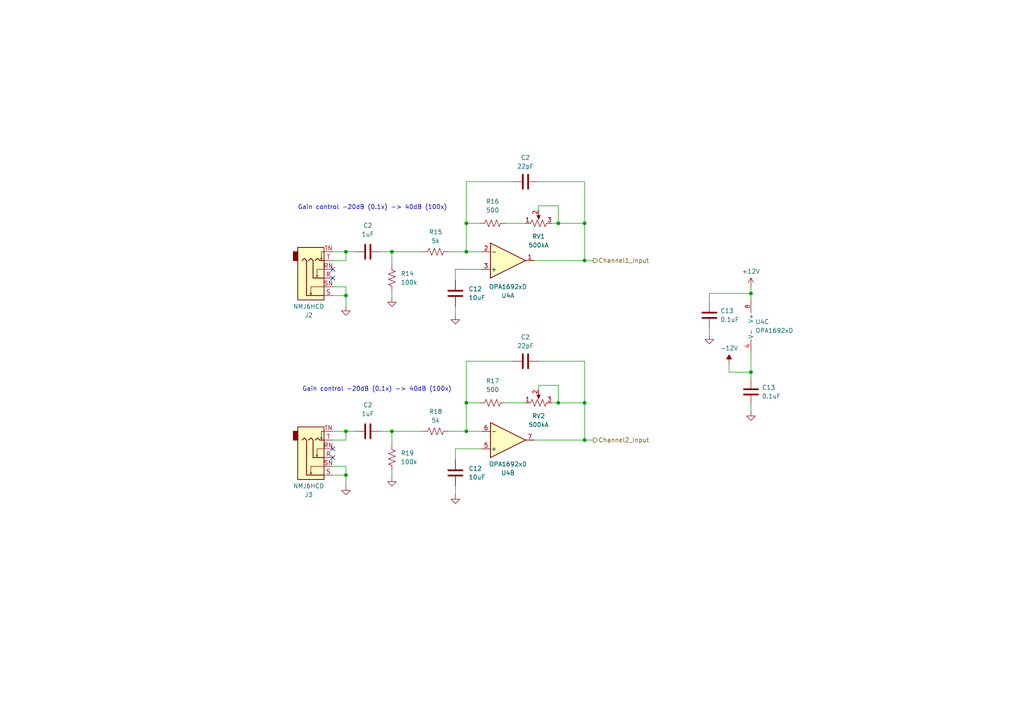
<source format=kicad_sch>
(kicad_sch (version 20230121) (generator eeschema)
  (paper "A4")
  (lib_symbols
    (symbol "Amplifier_Operational:OPA1692xD" (pin_names (offset 0.127))
      (property "Reference" "U" (at 2.54 6.35 0))
      (property "Value" "OPA1692xD" (at 2.54 3.81 0))
      (symbol "OPA1692xD_1_1"
        (polyline (pts (xy 5.08 0) (xy -5.08 5.08) (xy -5.08 -5.08) (xy 5.08 0)) (stroke (width 0.254)) (fill (type background)))
        (pin output line (at 7.62 0 180) (length 2.54) (name "~") (number "1"))
        (pin input line (at -7.62 -2.54 0) (length 2.54) (name "-") (number "2"))
        (pin input line (at -7.62 2.54 0) (length 2.54) (name "+") (number "3"))
      )
      (symbol "OPA1692xD_2_1"
        (polyline (pts (xy 5.08 0) (xy -5.08 5.08) (xy -5.08 -5.08) (xy 5.08 0)) (stroke (width 0.254)) (fill (type background)))
        (pin input line (at -7.62 2.54 0) (length 2.54) (name "+") (number "5"))
        (pin input line (at -7.62 -2.54 0) (length 2.54) (name "-") (number "6"))
        (pin output line (at 7.62 0 180) (length 2.54) (name "~") (number "7"))
      )
      (symbol "OPA1692xD_3_1"
        (pin power_in line (at 0 -7.62 90) (length 3.81) (name "V-") (number "4"))
        (pin power_in line (at 0 7.62 270) (length 3.81) (name "V+") (number "8"))
      )
    )
    (symbol "Connector_Audio:AudioJack3_Switch"
      (property "Reference" "J" (at 0 11.43 0))
      (property "Value" "AudioJack3_Switch" (at 0 8.89 0))
      (symbol "AudioJack3_Switch_0_1"
        (rectangle (start -5.08 -5.08) (end -6.35 -7.62) (stroke (width 0.254)) (fill (type outline)))
        (polyline (pts (xy -1.27 4.826) (xy -1.016 4.318)))
        (polyline (pts (xy 0.508 -0.254) (xy 0.762 -0.762)))
        (polyline (pts (xy 1.778 -5.334) (xy 2.032 -5.842)))
        (polyline (pts (xy 0 -5.08) (xy 0.635 -5.715) (xy 1.27 -5.08) (xy 2.54 -5.08)) (stroke (width 0.254)))
        (polyline (pts (xy 2.54 -7.62) (xy 1.778 -7.62) (xy 1.778 -5.334) (xy 1.524 -5.842)))
        (polyline (pts (xy 2.54 -2.54) (xy 0.508 -2.54) (xy 0.508 -0.254) (xy 0.254 -0.762)))
        (polyline (pts (xy 2.54 2.54) (xy -1.27 2.54) (xy -1.27 4.826) (xy -1.524 4.318)))
        (polyline (pts (xy -1.905 -5.08) (xy -1.27 -5.715) (xy -0.635 -5.08) (xy -0.635 0) (xy 2.54 0)) (stroke (width 0.254)))
        (polyline (pts (xy 2.54 5.08) (xy -2.54 5.08) (xy -2.54 -5.08) (xy -3.175 -5.715) (xy -3.81 -5.08)) (stroke (width 0.254)))
        (rectangle (start 2.54 6.35) (end -5.08 -8.89) (stroke (width 0.254)) (fill (type background)))
      )
      (symbol "AudioJack3_Switch_1_1"
        (pin passive line (at 5.08 0 180) (length 2.54) (name "~") (number "R"))
        (pin passive line (at 5.08 -2.54 180) (length 2.54) (name "~") (number "RN"))
        (pin passive line (at 5.08 5.08 180) (length 2.54) (name "~") (number "S"))
        (pin passive line (at 5.08 2.54 180) (length 2.54) (name "~") (number "SN"))
        (pin passive line (at 5.08 -5.08 180) (length 2.54) (name "~") (number "T"))
        (pin passive line (at 5.08 -7.62 180) (length 2.54) (name "~") (number "TN"))
      )
    )
    (symbol "Device:C" (pin_numbers hide) (pin_names (offset 0.254))
      (property "Reference" "C" (at 0.635 2.54 0))
      (property "Value" "C" (at 0.635 -2.54 0))
      (symbol "C_0_1"
        (polyline (pts (xy -2.032 -0.762) (xy 2.032 -0.762)) (stroke (width 0.508)))
        (polyline (pts (xy -2.032 0.762) (xy 2.032 0.762)) (stroke (width 0.508)))
      )
      (symbol "C_1_1"
        (pin passive line (at 0 3.81 270) (length 2.794) (name "~") (number "1"))
        (pin passive line (at 0 -3.81 90) (length 2.794) (name "~") (number "2"))
      )
    )
    (symbol "Device:R_Potentiometer_US" (pin_names (offset 1.016) hide)
      (property "Reference" "RV" (at -4.445 0 90))
      (property "Value" "R_Potentiometer_US" (at -2.54 0 90))
      (symbol "R_Potentiometer_US_0_1"
        (polyline (pts (xy 0 -2.286) (xy 0 -2.54)))
        (polyline (pts (xy 0 2.54) (xy 0 2.286)))
        (polyline (pts (xy 2.54 0) (xy 1.524 0)))
        (polyline (pts (xy 1.143 0) (xy 2.286 0.508) (xy 2.286 -0.508) (xy 1.143 0)) (fill (type outline)))
        (polyline (pts (xy 0 -0.762) (xy 1.016 -1.143) (xy 0 -1.524) (xy -1.016 -1.905) (xy 0 -2.286)))
        (polyline (pts (xy 0 0.762) (xy 1.016 0.381) (xy 0 0) (xy -1.016 -0.381) (xy 0 -0.762)))
        (polyline (pts (xy 0 2.286) (xy 1.016 1.905) (xy 0 1.524) (xy -1.016 1.143) (xy 0 0.762)))
      )
      (symbol "R_Potentiometer_US_1_1"
        (pin passive line (at 0 3.81 270) (length 1.27) (name "1") (number "1"))
        (pin passive line (at 3.81 0 180) (length 1.27) (name "2") (number "2"))
        (pin passive line (at 0 -3.81 90) (length 1.27) (name "3") (number "3"))
      )
    )
    (symbol "Device:R_US" (pin_numbers hide) (pin_names (offset 0))
      (property "Reference" "R" (at 2.54 0 90))
      (property "Value" "R_US" (at -2.54 0 90))
      (symbol "R_US_0_1"
        (polyline (pts (xy 0 -2.286) (xy 0 -2.54)))
        (polyline (pts (xy 0 2.286) (xy 0 2.54)))
        (polyline (pts (xy 0 -0.762) (xy 1.016 -1.143) (xy 0 -1.524) (xy -1.016 -1.905) (xy 0 -2.286)))
        (polyline (pts (xy 0 0.762) (xy 1.016 0.381) (xy 0 0) (xy -1.016 -0.381) (xy 0 -0.762)))
        (polyline (pts (xy 0 2.286) (xy 1.016 1.905) (xy 0 1.524) (xy -1.016 1.143) (xy 0 0.762)))
      )
      (symbol "R_US_1_1"
        (pin passive line (at 0 3.81 270) (length 1.27) (name "~") (number "1"))
        (pin passive line (at 0 -3.81 90) (length 1.27) (name "~") (number "2"))
      )
    )
    (symbol "power:+12V" (power) (pin_names (offset 0))
      (property "Value" "+12V" (at 0 3.556 0))
      (symbol "+12V_0_1"
        (polyline (pts (xy -0.762 1.27) (xy 0 2.54)))
        (polyline (pts (xy 0 0) (xy 0 2.54)))
        (polyline (pts (xy 0 2.54) (xy 0.762 1.27)))
      )
      (symbol "+12V_1_1"
        (pin power_in line (at 0 0 90) (length 0) hide (name "+12V") (number "1"))
      )
    )
    (symbol "power:-12V" (power) (pin_names (offset 0))
      (property "Value" "-12V" (at 0 3.81 0))
      (symbol "-12V_0_0"
        (pin power_in line (at 0 0 90) (length 0) hide (name "-12V") (number "1"))
      )
      (symbol "-12V_0_1"
        (polyline (pts (xy 0 0) (xy 0 1.27) (xy 0.762 1.27) (xy 0 2.54) (xy -0.762 1.27) (xy 0 1.27)) (fill (type outline)))
      )
    )
    (symbol "power:GND" (power) (pin_names (offset 0))
      (property "Value" "GND" (at 0 -3.81 0))
      (symbol "GND_0_1"
        (polyline (pts (xy 0 0) (xy 0 -1.27) (xy 1.27 -1.27) (xy 0 -2.54) (xy -1.27 -1.27) (xy 0 -1.27)))
      )
      (symbol "GND_1_1"
        (pin power_in line (at 0 0 270) (length 0) hide (name "GND") (number "1"))
      )
    )
  )
  (junction (at 113.665 125.095))
  (junction (at 161.925 116.84))
  (junction (at 169.545 75.565))
  (junction (at 100.33 85.725))
  (junction (at 135.255 125.095))
  (junction (at 217.805 85.09))
  (junction (at 169.545 64.77))
  (junction (at 100.33 125.095))
  (junction (at 169.545 127.635))
  (junction (at 161.925 64.77))
  (junction (at 113.665 73.025))
  (junction (at 135.255 64.77))
  (junction (at 100.33 137.795))
  (junction (at 169.545 116.84))
  (junction (at 135.255 73.025))
  (junction (at 135.255 116.84))
  (junction (at 100.33 73.025))
  (junction (at 217.805 107.95))
  (no_connect (at 96.52 132.715))
  (no_connect (at 96.52 80.645))
  (no_connect (at 96.52 130.175))
  (no_connect (at 96.52 78.105))
  (wire (pts (xy 100.33 85.725) (xy 100.33 88.9)))
  (wire (pts (xy 205.74 85.09) (xy 217.805 85.09)))
  (wire (pts (xy 156.21 104.775) (xy 169.545 104.775)))
  (wire (pts (xy 217.805 102.235) (xy 217.805 107.95)))
  (wire (pts (xy 135.255 125.095) (xy 130.175 125.095)))
  (wire (pts (xy 96.52 127.635) (xy 100.33 127.635)))
  (wire (pts (xy 139.065 64.77) (xy 135.255 64.77)))
  (wire (pts (xy 132.08 78.105) (xy 132.08 81.28)))
  (wire (pts (xy 100.33 125.095) (xy 102.87 125.095)))
  (wire (pts (xy 135.255 52.705) (xy 135.255 64.77)))
  (wire (pts (xy 100.33 127.635) (xy 100.33 125.095)))
  (wire (pts (xy 205.74 87.63) (xy 205.74 85.09)))
  (wire (pts (xy 169.545 52.705) (xy 169.545 64.77)))
  (wire (pts (xy 217.805 107.95) (xy 211.455 107.95)))
  (wire (pts (xy 169.545 75.565) (xy 169.545 64.77)))
  (wire (pts (xy 169.545 64.77) (xy 161.925 64.77)))
  (wire (pts (xy 132.08 140.97) (xy 132.08 143.51)))
  (wire (pts (xy 96.52 125.095) (xy 100.33 125.095)))
  (wire (pts (xy 146.685 64.77) (xy 152.4 64.77)))
  (wire (pts (xy 135.255 64.77) (xy 135.255 73.025)))
  (wire (pts (xy 113.665 128.905) (xy 113.665 125.095)))
  (wire (pts (xy 217.805 85.09) (xy 217.805 86.995)))
  (wire (pts (xy 132.08 130.175) (xy 132.08 133.35)))
  (wire (pts (xy 211.455 107.95) (xy 211.455 105.41)))
  (wire (pts (xy 148.59 104.775) (xy 135.255 104.775)))
  (wire (pts (xy 135.255 116.84) (xy 135.255 125.095)))
  (wire (pts (xy 154.94 75.565) (xy 169.545 75.565)))
  (wire (pts (xy 100.33 73.025) (xy 102.87 73.025)))
  (wire (pts (xy 169.545 104.775) (xy 169.545 116.84)))
  (wire (pts (xy 156.21 111.76) (xy 161.925 111.76)))
  (wire (pts (xy 148.59 52.705) (xy 135.255 52.705)))
  (wire (pts (xy 169.545 127.635) (xy 172.085 127.635)))
  (wire (pts (xy 161.925 64.77) (xy 160.02 64.77)))
  (wire (pts (xy 100.33 137.795) (xy 100.33 140.97)))
  (wire (pts (xy 113.665 73.025) (xy 110.49 73.025)))
  (wire (pts (xy 100.33 75.565) (xy 100.33 73.025)))
  (wire (pts (xy 96.52 85.725) (xy 100.33 85.725)))
  (wire (pts (xy 132.08 78.105) (xy 139.7 78.105)))
  (wire (pts (xy 96.52 83.185) (xy 100.33 83.185)))
  (wire (pts (xy 154.94 127.635) (xy 169.545 127.635)))
  (wire (pts (xy 113.665 125.095) (xy 110.49 125.095)))
  (wire (pts (xy 135.255 73.025) (xy 139.7 73.025)))
  (wire (pts (xy 217.805 117.475) (xy 217.805 119.38)))
  (wire (pts (xy 113.665 76.835) (xy 113.665 73.025)))
  (wire (pts (xy 169.545 75.565) (xy 172.085 75.565)))
  (wire (pts (xy 146.685 116.84) (xy 152.4 116.84)))
  (wire (pts (xy 135.255 104.775) (xy 135.255 116.84)))
  (wire (pts (xy 96.52 75.565) (xy 100.33 75.565)))
  (wire (pts (xy 113.665 136.525) (xy 113.665 138.43)))
  (wire (pts (xy 217.805 107.95) (xy 217.805 109.855)))
  (wire (pts (xy 161.925 116.84) (xy 160.02 116.84)))
  (wire (pts (xy 169.545 127.635) (xy 169.545 116.84)))
  (wire (pts (xy 100.33 135.255) (xy 100.33 137.795)))
  (wire (pts (xy 100.33 83.185) (xy 100.33 85.725)))
  (wire (pts (xy 161.925 111.76) (xy 161.925 116.84)))
  (wire (pts (xy 96.52 135.255) (xy 100.33 135.255)))
  (wire (pts (xy 205.74 95.25) (xy 205.74 97.155)))
  (wire (pts (xy 156.21 52.705) (xy 169.545 52.705)))
  (wire (pts (xy 156.21 113.03) (xy 156.21 111.76)))
  (wire (pts (xy 135.255 125.095) (xy 139.7 125.095)))
  (wire (pts (xy 156.21 60.96) (xy 156.21 59.69)))
  (wire (pts (xy 96.52 137.795) (xy 100.33 137.795)))
  (wire (pts (xy 217.805 83.185) (xy 217.805 85.09)))
  (wire (pts (xy 161.925 59.69) (xy 161.925 64.77)))
  (wire (pts (xy 113.665 73.025) (xy 122.555 73.025)))
  (wire (pts (xy 113.665 84.455) (xy 113.665 86.36)))
  (wire (pts (xy 96.52 73.025) (xy 100.33 73.025)))
  (wire (pts (xy 169.545 116.84) (xy 161.925 116.84)))
  (wire (pts (xy 156.21 59.69) (xy 161.925 59.69)))
  (wire (pts (xy 135.255 73.025) (xy 130.175 73.025)))
  (wire (pts (xy 113.665 125.095) (xy 122.555 125.095)))
  (wire (pts (xy 132.08 130.175) (xy 139.7 130.175)))
  (wire (pts (xy 139.065 116.84) (xy 135.255 116.84)))
  (wire (pts (xy 132.08 88.9) (xy 132.08 91.44)))
  (text "Gain control -20dB (0.1x) -> 40dB (100x)" (at 86.36 60.96 0) (effects (font (size 1.27 1.27)) (justify left bottom)))
  (text "Gain control -20dB (0.1x) -> 40dB (100x)" (at 87.63 113.665 0) (effects (font (size 1.27 1.27)) (justify left bottom)))
  (hierarchical_label "Channel2_Input" (shape output) (at 172.085 127.635 0))
  (hierarchical_label "Channel1_Input" (shape output) (at 172.085 75.565 0))
  (symbol (lib_id "power:GND") (at 132.08 143.51 0) (unit 1)
    (property "Reference" "#PWR043" (effects hide))
    (property "Value" "GND" (effects hide))
  )
  (symbol (lib_id "power:GND") (at 217.805 119.38 0) (unit 1)
    (property "Reference" "#PWR047" (effects hide))
    (property "Value" "GND" (effects hide))
  )
  (symbol (lib_id "Device:C") (at 106.68 73.025 90) (unit 1)
    (property "Reference" "C2" (at 106.68 65.405 90))
    (property "Value" "1uF" (at 106.68 67.945 90))
    (property "Footprint" "Capacitor_SMD:C_0805_2012Metric_Pad1.18x1.45mm_HandSolder" (effects hide))
    (property "V" "50V" (effects hide))
    (property "DK PN" "1276-1029-1-ND" (effects hide))
    (property "MPN" "CL21B105KBFNNNE" (effects hide))
    (instances (project "Quad Joystick Mixer" (path "" (reference "C2") (unit 1)) (path "" (reference "C15") (unit 1)) (path "" (reference "C24") (unit 1))))
  )
  (symbol (lib_id "Amplifier_Operational:OPA1692xD") (at 147.32 75.565 0) (mirror x) (unit 1)
    (property "Reference" "U4" (at 147.32 85.725 0))
    (property "Value" "OPA1692xD" (at 147.32 83.185 0))
    (property "Footprint" "Package_SO:SOIC-8_3.9x4.9mm_P1.27mm" (effects hide))
    (property "Datasheet" "https://www.ti.com/lit/ds/symlink/opa1692.pdf" (effects hide))
  )
  (symbol (lib_id "power:GND") (at 205.74 97.155 0) (unit 1)
    (property "Reference" "#PWR046" (effects hide))
    (property "Value" "GND" (effects hide))
  )
  (symbol (lib_id "power:GND") (at 100.33 88.9 0) (unit 1)
    (property "Reference" "#PWR08" (effects hide))
    (property "Value" "GND" (effects hide))
  )
  (symbol (lib_id "Amplifier_Operational:OPA1692xD") (at 147.32 127.635 0) (mirror x) (unit 2)
    (property "Reference" "U4" (at 147.32 137.16 0))
    (property "Value" "OPA1692xD" (at 147.32 134.62 0))
    (property "Footprint" "Package_SO:SOIC-8_3.9x4.9mm_P1.27mm" (effects hide))
    (property "Datasheet" "https://www.ti.com/lit/ds/symlink/opa1692.pdf" (effects hide))
  )
  (symbol (lib_id "Device:C") (at 132.08 137.16 0) (unit 1)
    (property "Reference" "C12" (at 135.89 135.89 0) (effects (justify left)))
    (property "Value" "10uF" (at 135.89 138.43 0) (effects (justify left)))
    (property "Footprint" "Capacitor_SMD:C_0805_2012Metric_Pad1.18x1.45mm_HandSolder" (effects hide))
    (property "DK PN" "490-GRM21BR61H106KE43KCT-ND" (effects hide))
    (property "MPN" "GRM21BR61H106KE43K" (effects hide))
    (instances (project "Quad Joystick Mixer" (path "" (reference "C12") (unit 1)) (path "" (reference "C10") (unit 1)) (path "" (reference "C29") (unit 1))))
  )
  (symbol (lib_id "power:GND") (at 113.665 86.36 0) (unit 1)
    (property "Reference" "#PWR014" (effects hide))
    (property "Value" "GND" (effects hide))
  )
  (symbol (lib_id "power:GND") (at 113.665 138.43 0) (unit 1)
    (property "Reference" "#PWR041" (effects hide))
    (property "Value" "GND" (effects hide))
  )
  (symbol (lib_id "Device:R_US") (at 142.875 116.84 90) (unit 1)
    (property "Reference" "R17" (at 142.875 110.49 90))
    (property "Value" "500" (at 142.875 113.03 90))
  )
  (symbol (lib_id "Device:R_Potentiometer_US") (at 156.21 64.77 90) (unit 1)
    (property "Reference" "RV1" (at 156.21 68.58 90))
    (property "Value" "500kA" (at 156.21 71.12 90))
  )
  (symbol (lib_id "Device:C") (at 152.4 104.775 90) (unit 1)
    (property "Reference" "C2" (at 152.4 97.79 90))
    (property "Value" "22pF" (at 152.4 100.33 90))
    (property "Footprint" "Capacitor_SMD:C_0805_2012Metric_Pad1.18x1.45mm_HandSolder" (effects hide))
    (property "V" "50V" (effects hide))
    (property "DK PN" "1276-1029-1-ND" (effects hide))
    (property "MPN" "CL21B105KBFNNNE" (effects hide))
    (instances (project "Quad Joystick Mixer" (path "" (reference "C2") (unit 1)) (path "" (reference "C15") (unit 1)) (path "" (reference "C27") (unit 1))))
  )
  (symbol (lib_id "Device:R_US") (at 113.665 80.645 0) (unit 1)
    (property "Reference" "R14" (at 116.205 79.375 0) (effects (justify left)))
    (property "Value" "100k" (at 116.205 81.915 0) (effects (justify left)))
  )
  (symbol (lib_id "Device:R_US") (at 142.875 64.77 90) (unit 1)
    (property "Reference" "R16" (at 142.875 58.42 90))
    (property "Value" "500" (at 142.875 60.96 90))
  )
  (symbol (lib_id "power:GND") (at 132.08 91.44 0) (unit 1)
    (property "Reference" "#PWR015" (effects hide))
    (property "Value" "GND" (effects hide))
  )
  (symbol (lib_id "Device:R_Potentiometer_US") (at 156.21 116.84 90) (unit 1)
    (property "Reference" "RV2" (at 156.21 120.65 90))
    (property "Value" "500kA" (at 156.21 123.19 90))
  )
  (symbol (lib_id "Device:R_US") (at 126.365 125.095 90) (unit 1)
    (property "Reference" "R18" (at 126.365 119.38 90))
    (property "Value" "5k" (at 126.365 121.92 90))
  )
  (symbol (lib_id "power:GND") (at 100.33 140.97 0) (unit 1)
    (property "Reference" "#PWR042" (effects hide))
    (property "Value" "GND" (effects hide))
  )
  (symbol (lib_id "Device:C") (at 205.74 91.44 0) (unit 1)
    (property "Reference" "C13" (at 208.915 90.17 0) (effects (justify left)))
    (property "Value" "0.1uF" (at 208.915 92.71 0) (effects (justify left)))
    (property "Footprint" "Capacitor_SMD:C_0805_2012Metric_Pad1.18x1.45mm_HandSolder" (effects hide))
    (property "DK PN" "1276-1003-1-ND" (effects hide))
    (property "MPN" "CL21B104KBCNNNC" (effects hide))
    (instances (project "Quad Joystick Mixer" (path "" (reference "C13") (unit 1)) (path "" (reference "C11") (unit 1)) (path "" (reference "C31") (unit 1))))
  )
  (symbol (lib_id "Device:C") (at 106.68 125.095 90) (unit 1)
    (property "Reference" "C2" (at 106.68 117.475 90))
    (property "Value" "1uF" (at 106.68 120.015 90))
    (property "Footprint" "Capacitor_SMD:C_0805_2012Metric_Pad1.18x1.45mm_HandSolder" (effects hide))
    (property "V" "50V" (effects hide))
    (property "DK PN" "1276-1029-1-ND" (effects hide))
    (property "MPN" "CL21B105KBFNNNE" (effects hide))
    (instances (project "Quad Joystick Mixer" (path "" (reference "C2") (unit 1)) (path "" (reference "C15") (unit 1)) (path "" (reference "C28") (unit 1))))
  )
  (symbol (lib_id "power:-12V") (at 211.455 105.41 0) (unit 1)
    (property "Reference" "#PWR038" (effects hide))
    (property "Value" "-12V" (at 211.455 100.965 0))
    (instances (project "Quad Joystick Mixer" (path "" (reference "#PWR038") (unit 1)) (path "" (reference "#PWR08") (unit 1)) (path "" (reference "#PWR045") (unit 1))))
  )
  (symbol (lib_id "power:+12V") (at 217.805 83.185 0) (unit 1)
    (property "Reference" "#PWR040" (effects hide))
    (property "Value" "+12V" (at 217.805 78.74 0))
    (instances (project "Quad Joystick Mixer" (path "" (reference "#PWR040") (unit 1)) (path "" (reference "#PWR015") (unit 1)) (path "" (reference "#PWR044") (unit 1))))
  )
  (symbol (lib_id "Device:R_US") (at 126.365 73.025 90) (unit 1)
    (property "Reference" "R15" (at 126.365 67.31 90))
    (property "Value" "5k" (at 126.365 69.85 90))
  )
  (symbol (lib_id "Connector_Audio:AudioJack3_Switch") (at 91.44 80.645 0) (mirror x) (unit 1)
    (property "Reference" "J2" (at 89.535 91.44 0))
    (property "Value" "NMJ6HCD" (at 89.535 88.9 0))
    (property "Footprint" "Eyewool Connectors:NMJ6HCD" (effects hide))
  )
  (symbol (lib_id "Device:C") (at 132.08 85.09 0) (unit 1)
    (property "Reference" "C12" (at 135.89 83.82 0) (effects (justify left)))
    (property "Value" "10uF" (at 135.89 86.36 0) (effects (justify left)))
    (property "Footprint" "Capacitor_SMD:C_0805_2012Metric_Pad1.18x1.45mm_HandSolder" (effects hide))
    (property "DK PN" "490-GRM21BR61H106KE43KCT-ND" (effects hide))
    (property "MPN" "GRM21BR61H106KE43K" (effects hide))
    (instances (project "Quad Joystick Mixer" (path "" (reference "C12") (unit 1)) (path "" (reference "C10") (unit 1)) (path "" (reference "C26") (unit 1))))
  )
  (symbol (lib_id "Device:C") (at 152.4 52.705 90) (unit 1)
    (property "Reference" "C2" (at 152.4 45.72 90))
    (property "Value" "22pF" (at 152.4 48.26 90))
    (property "Footprint" "Capacitor_SMD:C_0805_2012Metric_Pad1.18x1.45mm_HandSolder" (effects hide))
    (property "V" "50V" (effects hide))
    (property "DK PN" "1276-1029-1-ND" (effects hide))
    (property "MPN" "CL21B105KBFNNNE" (effects hide))
    (instances (project "Quad Joystick Mixer" (path "" (reference "C2") (unit 1)) (path "" (reference "C15") (unit 1)) (path "" (reference "C25") (unit 1))))
  )
  (symbol (lib_id "Amplifier_Operational:OPA1692xD") (at 217.805 94.615 0) (unit 3)
    (property "Reference" "U4" (at 219.075 93.345 0) (effects (justify left)))
    (property "Value" "OPA1692xD" (at 219.075 95.885 0) (effects (justify left)))
    (property "Footprint" "Package_SO:SOIC-8_3.9x4.9mm_P1.27mm" (effects hide))
    (property "Datasheet" "https://www.ti.com/lit/ds/symlink/opa1692.pdf" (effects hide))
  )
  (symbol (lib_id "Device:R_US") (at 113.665 132.715 0) (unit 1)
    (property "Reference" "R19" (at 116.205 131.445 0) (effects (justify left)))
    (property "Value" "100k" (at 116.205 133.985 0) (effects (justify left)))
  )
  (symbol (lib_id "Device:C") (at 217.805 113.665 0) (unit 1)
    (property "Reference" "C13" (at 220.98 112.395 0) (effects (justify left)))
    (property "Value" "0.1uF" (at 220.98 114.935 0) (effects (justify left)))
    (property "Footprint" "Capacitor_SMD:C_0805_2012Metric_Pad1.18x1.45mm_HandSolder" (effects hide))
    (property "DK PN" "1276-1003-1-ND" (effects hide))
    (property "MPN" "CL21B104KBCNNNC" (effects hide))
    (instances (project "Quad Joystick Mixer" (path "" (reference "C13") (unit 1)) (path "" (reference "C11") (unit 1)) (path "" (reference "C30") (unit 1))))
  )
  (symbol (lib_id "Connector_Audio:AudioJack3_Switch") (at 91.44 132.715 0) (mirror x) (unit 1)
    (property "Reference" "J3" (at 89.535 143.51 0))
    (property "Value" "NMJ6HCD" (at 89.535 140.97 0))
    (property "Footprint" "Eyewool Connectors:NMJ6HCD" (effects hide))
  )
)
</source>
